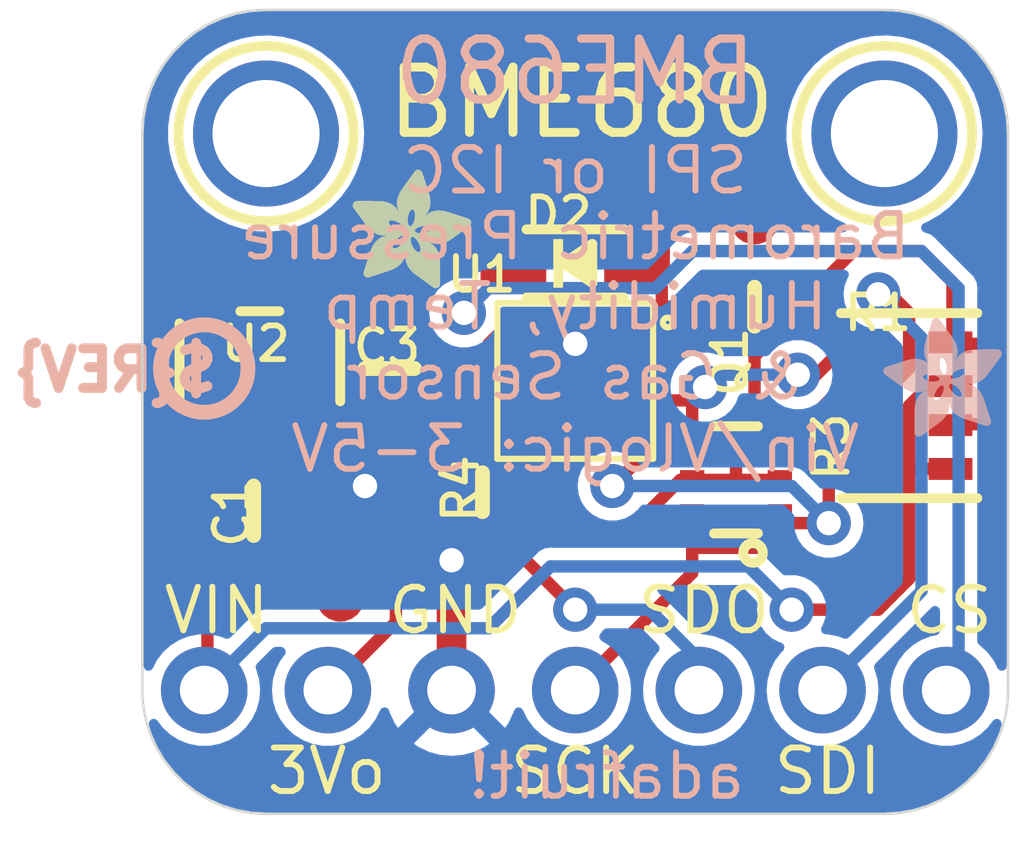
<source format=kicad_pcb>
(kicad_pcb (version 20221018) (generator pcbnew)
  (layers (0 "F.Cu" signal) (31 "B.Cu" signal) (34 "B.Paste" user) (35 "F.Paste" user) (36 "B.SilkS" user "B.Silkscreen") (37 "F.SilkS" user "F.Silkscreen") (38 "B.Mask" user) (39 "F.Mask" user) (44 "Edge.Cuts" user))
  (net 0 "")
  (net 1 "GND")
  (net 2 "SDI_3V")
  (net 3 "SCK_3V")
  (net 4 "CS_3V")
  (net 5 "3.3V")
  (net 6 "SDO/ADR")
  (net 7 "SDI/SDA")
  (net 8 "SCK/SCL")
  (net 9 "VIN")
  (net 10 "CS")
  (footprint "working:MOUNTINGHOLE_2.0_PLATED" (layer "F.Cu") (at 154.8511 99.2886)
    (fp_text reference "U$8" hide)
    (fp_text value "MOUNTINGHOLE2.0" hide)
    (pad "P$1" thru_hole circle (at 0 0) (size 3 3) (drill 2.2) (layers "*.Cu" "*.Mask"))
    (zone (net 0) (net_name "") (layer "B.Cu") (connect_pads (clearance 0)) (min_thickness 0.25)
      (keepout (tracks not_allowed) (vias not_allowed) (pads not_allowed) (copperpour not_allowed) (footprints allowed))
      (fill (thermal_gap 0.5) (thermal_bridge_width 0.5))
      (polygon (pts (xy 156.8671 99.2886) (xy 156.84748 99.008027) (xy 156.789004 98.732915) (xy 156.692808 98.468619) (xy 156.560765 98.220283) (xy 156.395446 97.99274) (xy 156.200067 97.79042) (xy 155.978433 97.61726) (xy 155.734856 97.476631) (xy 155.474078 97.37127) (xy 155.201175 97.303228) (xy 154.921457 97.273828) (xy 154.640371 97.283644) (xy 154.363385 97.332484) (xy 154.095893 97.419397) (xy 153.8431 97.542693) (xy 153.609926 97.69997) (xy 153.400911 97.888169) (xy 153.220122 98.103625) (xy 153.071078 98.342145) (xy 152.95668 98.599087) (xy 152.879154 98.86945) (xy 152.840011 99.147971) (xy 152.840011 99.429229) (xy 152.879154 99.70775) (xy 152.95668 99.978113) (xy 153.071078 100.235055) (xy 153.220122 100.473575) (xy 153.400911 100.689031) (xy 153.609926 100.87723) (xy 153.8431 101.034507) (xy 154.095893 101.157803) (xy 154.363385 101.244716) (xy 154.640371 101.293556) (xy 154.921457 101.303372) (xy 155.201175 101.273972) (xy 155.474078 101.20593) (xy 155.734856 101.100569) (xy 155.978433 100.95994) (xy 156.200067 100.78678) (xy 156.395446 100.58446) (xy 156.560765 100.356917) (xy 156.692808 100.108581) (xy 156.789004 99.844285) (xy 156.84748 99.569173)))
      (polygon (pts (xy 154.8351 99.2886) (xy 154.839786 99.299914) (xy 154.8511 99.3046) (xy 154.862414 99.299914) (xy 154.8671 99.2886) (xy 154.862414 99.277286) (xy 154.8511 99.2726) (xy 154.839786 99.277286)))
    )
  )
  (footprint "working:0805-NO" (layer "F.Cu") (at 144.6911 104.1146 -90)
    (fp_text reference "C3" (at -0.4445 -0.6985) (layer "F.SilkS") (effects (font (size 0.692831 0.692831) (thickness 0.119969)) (justify right)))
    (fp_text value "10uF")
    (pad "1" smd rect (at -0.95 0 270) (size 1.24 1.5) (layers "F.Cu" "F.Paste" "F.Mask") (net 5 "3.3V"))
    (pad "2" smd rect (at 0.95 0 270) (size 1.24 1.5) (layers "F.Cu" "F.Paste" "F.Mask") (net 1 "GND"))
  )
  (footprint "working:0805-NO" (layer "F.Cu") (at 141.8971 107.0356)
    (fp_text reference "C1" (at -0.4445 -0.6985 90) (layer "F.SilkS") (effects (font (size 0.692831 0.692831) (thickness 0.119969)) (justify right)))
    (fp_text value "10uF")
    (pad "1" smd rect (at -0.95 0) (size 1.24 1.5) (layers "F.Cu" "F.Paste" "F.Mask") (net 9 "VIN"))
    (pad "2" smd rect (at 0.95 0) (size 1.24 1.5) (layers "F.Cu" "F.Paste" "F.Mask") (net 1 "GND"))
  )
  (footprint "working:0603-NO" (layer "F.Cu") (at 152.1841 102.8446)
    (fp_text reference "R1" (at 1.778 0.127) (layer "F.SilkS") (effects (font (size 0.692831 0.692831) (thickness 0.119969)) (justify left)))
    (fp_text value "10K")
    (pad "1" smd rect (at -0.85 0) (size 1.075 1) (layers "F.Cu" "F.Paste" "F.Mask") (net 4 "CS_3V"))
    (pad "2" smd rect (at 0.85 0) (size 1.075 1) (layers "F.Cu" "F.Paste" "F.Mask") (net 5 "3.3V"))
  )
  (footprint "working:RESPACK_4X0603" (layer "F.Cu") (at 155.3591 104.8766 90)
    (fp_text reference "R3" (at -1.6 -1.6 90) (layer "F.SilkS") (effects (font (size 0.692831 0.692831) (thickness 0.119969)) (justify left)))
    (fp_text value "10K")
    (pad "1" smd rect (at -1.3 0.85 90) (size 0.45 0.9) (layers "F.Cu" "F.Paste" "F.Mask") (net 9 "VIN"))
    (pad "2" smd rect (at -0.4 0.85 90) (size 0.45 0.9) (layers "F.Cu" "F.Paste" "F.Mask") (net 5 "3.3V"))
    (pad "3" smd rect (at 0.4 0.85 90) (size 0.45 0.9) (layers "F.Cu" "F.Paste" "F.Mask") (net 9 "VIN"))
    (pad "4" smd rect (at 1.3 0.85 90) (size 0.45 0.9) (layers "F.Cu" "F.Paste" "F.Mask") (net 5 "3.3V"))
    (pad "5" smd rect (at 1.3 -0.85 90) (size 0.45 0.9) (layers "F.Cu" "F.Paste" "F.Mask") (net 2 "SDI_3V"))
    (pad "6" smd rect (at 0.4 -0.85 90) (size 0.45 0.9) (layers "F.Cu" "F.Paste" "F.Mask") (net 7 "SDI/SDA"))
    (pad "7" smd rect (at -0.4 -0.85 90) (size 0.45 0.9) (layers "F.Cu" "F.Paste" "F.Mask") (net 3 "SCK_3V"))
    (pad "8" smd rect (at -1.3 -0.85 90) (size 0.45 0.9) (layers "F.Cu" "F.Paste" "F.Mask") (net 8 "SCK/SCL"))
  )
  (footprint "working:BME680" (layer "F.Cu") (at 148.5011 104.3686)
    (fp_text reference "U1" (at -1.15 -2.185) (layer "F.SilkS") (effects (font (size 0.692831 0.692831) (thickness 0.119969)) (justify right)))
    (fp_text value "BME280")
    (pad "1" smd rect (at 1.2 -1.2) (size 0.4 0.4) (layers "F.Cu" "F.Paste" "F.Mask") (net 1 "GND"))
    (pad "2" smd rect (at 1.2 -0.4) (size 0.4 0.4) (layers "F.Cu" "F.Paste" "F.Mask") (net 4 "CS_3V"))
    (pad "3" smd rect (at 1.2 0.4) (size 0.4 0.4) (layers "F.Cu" "F.Paste" "F.Mask") (net 2 "SDI_3V"))
    (pad "4" smd rect (at 1.2 1.2) (size 0.4 0.4) (layers "F.Cu" "F.Paste" "F.Mask") (net 3 "SCK_3V"))
    (pad "5" smd rect (at -1.2 1.2) (size 0.4 0.4) (layers "F.Cu" "F.Paste" "F.Mask") (net 6 "SDO/ADR"))
    (pad "6" smd rect (at -1.2 0.4) (size 0.4 0.4) (layers "F.Cu" "F.Paste" "F.Mask") (net 5 "3.3V"))
    (pad "7" smd rect (at -1.2 -0.4) (size 0.4 0.4) (layers "F.Cu" "F.Paste" "F.Mask") (net 1 "GND"))
    (pad "8" smd rect (at -1.2 -1.2) (size 0.4 0.4) (layers "F.Cu" "F.Paste" "F.Mask") (net 5 "3.3V"))
  )
  (footprint "working:1X07_ROUND_70" (layer "F.Cu") (at 148.5011 110.7186)
    (fp_text reference "JP2" hide)
    (fp_text value "")
    (pad "1" thru_hole circle (at -7.62 0 90) (size 1.778 1.778) (drill 1) (layers "*.Cu" "*.Mask") (net 9 "VIN"))
    (pad "2" thru_hole circle (at -5.08 0 90) (size 1.778 1.778) (drill 1) (layers "*.Cu" "*.Mask") (net 5 "3.3V"))
    (pad "3" thru_hole circle (at -2.54 0 90) (size 1.778 1.778) (drill 1) (layers "*.Cu" "*.Mask") (net 1 "GND"))
    (pad "4" thru_hole circle (at 0 0 90) (size 1.778 1.778) (drill 1) (layers "*.Cu" "*.Mask") (net 8 "SCK/SCL"))
    (pad "5" thru_hole circle (at 2.54 0 90) (size 1.778 1.778) (drill 1) (layers "*.Cu" "*.Mask") (net 6 "SDO/ADR"))
    (pad "6" thru_hole circle (at 5.08 0 90) (size 1.778 1.778) (drill 1) (layers "*.Cu" "*.Mask") (net 7 "SDI/SDA"))
    (pad "7" thru_hole circle (at 7.62 0 90) (size 1.778 1.778) (drill 1) (layers "*.Cu" "*.Mask") (net 10 "CS"))
  )
  (footprint "working:SOD-323" (layer "F.Cu") (at 148.5011 101.9556)
    (fp_text reference "D2" (at -1.1 -1) (layer "F.SilkS") (effects (font (size 0.692831 0.692831) (thickness 0.119969)) (justify left)))
    (fp_text value "1N4148")
    (pad "A" smd rect (at 1.27 0) (size 1.35 0.8) (layers "F.Cu" "F.Paste" "F.Mask") (net 4 "CS_3V"))
    (pad "C" smd rect (at -1.27 0) (size 1.35 0.8) (layers "F.Cu" "F.Paste" "F.Mask") (net 10 "CS"))
  )
  (footprint "working:0603-NO" (layer "F.Cu") (at 146.5961 106.6546 180)
    (fp_text reference "R4" (at 0.4445 0.8255 90) (layer "F.SilkS") (effects (font (size 0.692831 0.692831) (thickness 0.119969)) (justify right)))
    (fp_text value "10K")
    (pad "1" smd rect (at -0.85 0 180) (size 1.075 1) (layers "F.Cu" "F.Paste" "F.Mask") (net 6 "SDO/ADR"))
    (pad "2" smd rect (at 0.85 0 180) (size 1.075 1) (layers "F.Cu" "F.Paste" "F.Mask") (net 5 "3.3V"))
  )
  (footprint "working:MOUNTINGHOLE_2.0_PLATED" (layer "F.Cu") (at 142.1511 99.2886)
    (fp_text reference "U$7" hide)
    (fp_text value "MOUNTINGHOLE2.0" hide)
    (pad "P$1" thru_hole circle (at 0 0) (size 3 3) (drill 2.2) (layers "*.Cu" "*.Mask"))
    (zone (net 0) (net_name "") (layer "B.Cu") (connect_pads (clearance 0)) (min_thickness 0.25)
      (keepout (tracks not_allowed) (vias not_allowed) (pads not_allowed) (copperpour not_allowed) (footprints allowed))
      (fill (thermal_gap 0.5) (thermal_bridge_width 0.5))
      (polygon (pts (xy 144.1671 99.2886) (xy 144.14748 99.008027) (xy 144.089004 98.732915) (xy 143.992808 98.468619) (xy 143.860765 98.220283) (xy 143.695446 97.99274) (xy 143.500067 97.79042) (xy 143.278433 97.61726) (xy 143.034856 97.476631) (xy 142.774078 97.37127) (xy 142.501175 97.303228) (xy 142.221457 97.273828) (xy 141.940371 97.283644) (xy 141.663385 97.332484) (xy 141.395893 97.419397) (xy 141.1431 97.542693) (xy 140.909926 97.69997) (xy 140.700911 97.888169) (xy 140.520122 98.103625) (xy 140.371078 98.342145) (xy 140.25668 98.599087) (xy 140.179154 98.86945) (xy 140.140011 99.147971) (xy 140.140011 99.429229) (xy 140.179154 99.70775) (xy 140.25668 99.978113) (xy 140.371078 100.235055) (xy 140.520122 100.473575) (xy 140.700911 100.689031) (xy 140.909926 100.87723) (xy 141.1431 101.034507) (xy 141.395893 101.157803) (xy 141.663385 101.244716) (xy 141.940371 101.293556) (xy 142.221457 101.303372) (xy 142.501175 101.273972) (xy 142.774078 101.20593) (xy 143.034856 101.100569) (xy 143.278433 100.95994) (xy 143.500067 100.78678) (xy 143.695446 100.58446) (xy 143.860765 100.356917) (xy 143.992808 100.108581) (xy 144.089004 99.844285) (xy 144.14748 99.569173)))
      (polygon (pts (xy 142.1351 99.2886) (xy 142.139786 99.299914) (xy 142.1511 99.3046) (xy 142.162414 99.299914) (xy 142.1671 99.2886) (xy 142.162414 99.277286) (xy 142.1511 99.2726) (xy 142.139786 99.277286)))
    )
  )
  (footprint "working:FIDUCIAL_1MM" (layer "F.Cu") (at 152.1841 101.0666)
    (fp_text reference "U$15" hide)
    (fp_text value "FIDUCIAL_1MM" hide)
    (pad "1" smd roundrect (at 0 0) (size 1 1) (layers "F.Cu" "F.Mask") (roundrect_rratio 0.5))
  )
  (footprint "working:SOT23-5" (layer "F.Cu") (at 142.0241 103.9876)
    (fp_text reference "U2" (at 0.689 -0.381) (layer "F.SilkS") (effects (font (size 0.692831 0.692831) (thickness 0.119969)) (justify right)))
    (fp_text value "MIC5225-3.3")
    (pad "1" smd rect (at -0.95 1.3001) (size 0.55 1.2) (layers "F.Cu" "F.Paste" "F.Mask") (net 9 "VIN"))
    (pad "2" smd rect (at 0 1.3001) (size 0.55 1.2) (layers "F.Cu" "F.Paste" "F.Mask") (net 1 "GND"))
    (pad "3" smd rect (at 0.95 1.3001) (size 0.55 1.2) (layers "F.Cu" "F.Paste" "F.Mask") (net 9 "VIN"))
    (pad "4" smd rect (at 0.95 -1.3001) (size 0.55 1.2) (layers "F.Cu" "F.Paste" "F.Mask"))
    (pad "5" smd rect (at -0.95 -1.3001) (size 0.55 1.2) (layers "F.Cu" "F.Paste" "F.Mask") (net 5 "3.3V"))
  )
  (footprint "working:SOT363" (layer "F.Cu") (at 151.8031 106.4006 90)
    (fp_text reference "Q1" (at 1.651 -0.127 90) (layer "F.SilkS") (effects (font (size 0.692831 0.692831) (thickness 0.119969)) (justify left)))
    (fp_text value "2N7002D")
    (pad "1" smd rect (at -0.75 0.9 90) (size 0.5 0.5) (layers "F.Cu" "F.Paste" "F.Mask") (net 3 "SCK_3V"))
    (pad "2" smd rect (at 0 0.9 90) (size 0.4 0.5) (layers "F.Cu" "F.Paste" "F.Mask") (net 5 "3.3V"))
    (pad "3" smd rect (at 0.75 0.9 90) (size 0.5 0.5) (layers "F.Cu" "F.Paste" "F.Mask") (net 7 "SDI/SDA"))
    (pad "4" smd rect (at 0.75 -0.9 90) (size 0.5 0.5) (layers "F.Cu" "F.Paste" "F.Mask") (net 2 "SDI_3V"))
    (pad "5" smd rect (at 0 -0.9 90) (size 0.4 0.5) (layers "F.Cu" "F.Paste" "F.Mask") (net 5 "3.3V"))
    (pad "6" smd rect (at -0.75 -0.9 90) (size 0.5 0.5) (layers "F.Cu" "F.Paste" "F.Mask") (net 8 "SCK/SCL"))
  )
  (footprint "working:FIDUCIAL_1MM" (layer "F.Cu") (at 143.6751 108.8136)
    (fp_text reference "U$5" hide)
    (fp_text value "FIDUCIAL_1MM" hide)
    (pad "1" smd roundrect (at 0 0) (size 1 1) (layers "F.Cu" "F.Mask") (roundrect_rratio 0.5))
  )
  (footprint "working:ADAFRUIT_2.5MM" (layer "F.Cu") (at 143.9291 102.4636)
    (fp_text reference "U$6" hide)
    (fp_text value "" hide)
  )
  (footprint "working:PCBFEAT-REV-040" (layer "B.Cu") (at 140.8811 104.1146 180)
    (fp_text reference "U$20" hide)
    (fp_text value "" hide)
    (fp_text user "${REV}" (at -0.3556 -0.508) (layer "B.SilkS") (effects (font (size 0.8128 0.8128) (thickness 0.2032)) (justify left bottom mirror)))
  )
  (footprint "working:ADAFRUIT_2.5MM" (layer "B.Cu") (at 157.2641 105.5116 180)
    (fp_text reference "U$2" hide)
    (fp_text value "" hide)
  )
  (gr_arc (start 157.3911 110.7186) (mid 156.647151 112.514651) (end 154.8511 113.2586) (stroke (width 0.05)) (layer "Edge.Cuts"))
  (gr_arc (start 139.6111 99.2886) (mid 140.355049 97.492549) (end 142.1511 96.7486) (stroke (width 0.05)) (layer "Edge.Cuts"))
  (gr_line (start 157.3911 99.2886) (end 157.3911 110.7186) (stroke (width 0.05)) (layer "Edge.Cuts"))
  (gr_line (start 139.6111 110.7186) (end 139.6111 99.2886) (stroke (width 0.05)) (layer "Edge.Cuts"))
  (gr_arc (start 142.1511 113.2586) (mid 140.355049 112.514651) (end 139.6111 110.7186) (stroke (width 0.05)) (layer "Edge.Cuts"))
  (gr_arc (start 154.8511 96.7486) (mid 156.647151 97.492549) (end 157.3911 99.2886) (stroke (width 0.05)) (layer "Edge.Cuts"))
  (gr_line (start 142.1511 96.7486) (end 154.8511 96.7486) (stroke (width 0.05)) (layer "Edge.Cuts"))
  (gr_line (start 154.8511 113.2586) (end 142.1511 113.2586) (stroke (width 0.05)) (layer "Edge.Cuts"))
  (gr_text "BME680" (at 148.5011 98.0186) (layer "B.SilkS") (effects (font (size 1.251712 1.251712) (thickness 0.170688)) (justify mirror)))
  (gr_text "adafruit!" (at 152.0571 113.0046) (layer "B.SilkS") (effects (font (size 0.89408 0.89408) (thickness 0.12192)) (justify left bottom mirror)))
  (gr_text "Vin/Vlogic: 3-5V" (at 148.5011 105.7656) (layer "B.SilkS") (effects (font (size 0.89408 0.89408) (thickness 0.12192)) (justify mirror)))
  (gr_text "SPI or I2C" (at 148.5011 100.0506) (layer "B.SilkS") (effects (font (size 0.89408 0.89408) (thickness 0.12192)) (justify mirror)))
  (gr_text "Barometric Pressure\nHumidity, Temp\n& Gas Sensor" (at 148.5011 102.8446) (layer "B.SilkS") (effects (font (size 0.89408 0.89408) (thickness 0.12192)) (justify mirror)))
  (gr_text "BME680" (at 148.6281 98.6536) (layer "F.SilkS") (effects (font (size 1.34112 1.34112) (thickness 0.18288))))
  (gr_text "SDO" (at 152.5651 108.5596) (layer "F.SilkS") (effects (font (size 0.89408 0.89408) (thickness 0.12192)) (justify right top)))
  (gr_text "3Vo" (at 144.6911 111.8616) (layer "F.SilkS") (effects (font (size 0.89408 0.89408) (thickness 0.12192)) (justify right top)))
  (gr_text "SDI" (at 154.8511 111.8616) (layer "F.SilkS") (effects (font (size 0.89408 0.89408) (thickness 0.12192)) (justify right top)))
  (gr_text "GND" (at 147.4851 108.5596) (layer "F.SilkS") (effects (font (size 0.89408 0.89408) (thickness 0.12192)) (justify right top)))
  (gr_text "SCK" (at 149.8981 111.8616) (layer "F.SilkS") (effects (font (size 0.89408 0.89408) (thickness 0.12192)) (justify right top)))
  (gr_text "CS" (at 157.1371 108.5596) (layer "F.SilkS") (effects (font (size 0.89408 0.89408) (thickness 0.12192)) (justify right top)))
  (gr_text "VIN" (at 142.2781 108.5596) (layer "F.SilkS") (effects (font (size 0.89408 0.89408) (thickness 0.12192)) (justify right top)))
  (segment (start 148.9391 103.1686) (end 149.7011 103.1686) (width 0.254) (layer "F.Cu") (net 1))
  (segment (start 144.1831 105.5726) (end 144.1831 106.5276) (width 0.254) (layer "F.Cu") (net 1))
  (segment (start 148.1391 103.9686) (end 147.3011 103.9686) (width 0.254) (layer "F.Cu") (net 1))
  (segment (start 145.9611 110.7186) (end 145.9611 108.0516) (width 0.6096) (layer "F.Cu") (net 1))
  (segment (start 142.0241 106.0196) (end 142.8471 106.8426) (width 0.254) (layer "F.Cu") (net 1))
  (segment (start 142.0241 105.2877) (end 142.0241 106.0196) (width 0.254) (layer "F.Cu") (net 1))
  (segment (start 148.5011 103.6066) (end 148.9391 103.1686) (width 0.254) (layer "F.Cu") (net 1))
  (segment (start 148.5011 103.6066) (end 148.1391 103.9686) (width 0.254) (layer "F.Cu") (net 1))
  (segment (start 142.8471 107.0356) (end 143.6751 107.0356) (width 0.254) (layer "F.Cu") (net 1))
  (segment (start 143.6751 107.0356) (end 144.1831 106.5276) (width 0.254) (layer "F.Cu") (net 1))
  (segment (start 144.6911 105.0646) (end 144.1831 105.5726) (width 0.254) (layer "F.Cu") (net 1))
  (segment (start 142.8471 106.8426) (end 142.8471 107.0356) (width 0.254) (layer "F.Cu") (net 1))
  (via (at 144.1831 106.5276) (size 0.9064) (drill 0.5) (layers "F.Cu" "B.Cu") (net 1))
  (via (at 145.9611 108.0516) (size 0.9064) (drill 0.5) (layers "F.Cu" "B.Cu") (net 1))
  (via (at 148.5011 103.6066) (size 0.9064) (drill 0.5) (layers "F.Cu" "B.Cu") (net 1))
  (segment (start 149.7011 104.7686) (end 150.8951 104.7686) (width 0.254) (layer "F.Cu") (net 2))
  (segment (start 154.5091 103.5766) (end 154.1191 103.5766) (width 0.254) (layer "F.Cu") (net 2))
  (segment (start 154.1191 103.5766) (end 153.4541 104.2416) (width 0.254) (layer "F.Cu") (net 2))
  (segment (start 150.9031 104.7606) (end 150.9031 105.6506) (width 0.254) (layer "F.Cu") (net 2))
  (segment (start 150.9701 104.6936) (end 151.1681 104.4956) (width 0.254) (layer "F.Cu") (net 2))
  (segment (start 151.1681 104.4956) (end 150.9031 104.7606) (width 0.254) (layer "F.Cu") (net 2))
  (segment (start 150.8951 104.7686) (end 151.1681 104.4956) (width 0.254) (layer "F.Cu") (net 2))
  (segment (start 153.4541 104.2416) (end 153.0731 104.2416) (width 0.254) (layer "F.Cu") (net 2))
  (via (at 153.0731 104.2416) (size 0.9064) (drill 0.5) (layers "F.Cu" "B.Cu") (net 2))
  (via (at 151.1681 104.4956) (size 0.9064) (drill 0.5) (layers "F.Cu" "B.Cu") (net 2))
  (segment (start 151.1681 104.4956) (end 151.4221 104.2416) (width 0.254) (layer "B.Cu") (net 2))
  (segment (start 151.4221 104.2416) (end 153.0731 104.2416) (width 0.254) (layer "B.Cu") (net 2))
  (segment (start 149.7011 105.5686) (end 149.7011 106.0896) (width 0.254) (layer "F.Cu") (net 3))
  (segment (start 153.7081 105.6386) (end 153.7081 107.2896) (width 0.254) (layer "F.Cu") (net 3))
  (segment (start 149.7011 106.0896) (end 149.2631 106.5276) (width 0.254) (layer "F.Cu") (net 3))
  (segment (start 152.8421 107.2896) (end 153.7081 107.2896) (width 0.254) (layer "F.Cu") (net 3))
  (segment (start 154.0701 105.2766) (end 153.7081 105.6386) (width 0.254) (layer "F.Cu") (net 3))
  (segment (start 152.7031 107.1506) (end 152.8421 107.2896) (width 0.254) (layer "F.Cu") (net 3))
  (segment (start 154.0701 105.2766) (end 154.5091 105.2766) (width 0.254) (layer "F.Cu") (net 3))
  (via (at 149.2631 106.5276) (size 0.9064) (drill 0.5) (layers "F.Cu" "B.Cu") (net 3))
  (via (at 153.7081 107.2896) (size 0.9064) (drill 0.5) (layers "F.Cu" "B.Cu") (net 3))
  (segment (start 149.2631 106.5276) (end 152.9461 106.5276) (width 0.254) (layer "B.Cu") (net 3))
  (segment (start 152.9461 106.5276) (end 153.7081 107.2896) (width 0.254) (layer "B.Cu") (net 3))
  (segment (start 150.2791 102.8446) (end 150.2791 102.4636) (width 0.254) (layer "F.Cu") (net 4))
  (segment (start 151.3341 102.8446) (end 150.2791 102.8446) (width 0.254) (layer "F.Cu") (net 4))
  (segment (start 150.0441 103.9686) (end 149.7011 103.9686) (width 0.254) (layer "F.Cu") (net 4))
  (segment (start 150.2791 103.7336) (end 150.2791 102.8446) (width 0.254) (layer "F.Cu") (net 4))
  (segment (start 150.2791 102.4636) (end 149.7711 101.9556) (width 0.254) (layer "F.Cu") (net 4))
  (segment (start 150.2791 103.7336) (end 150.0441 103.9686) (width 0.254) (layer "F.Cu") (net 4))
  (segment (start 150.6601 106.4006) (end 150.9031 106.4006) (width 0.254) (layer "F.Cu") (net 5))
  (segment (start 153.0731 102.8446) (end 154.2161 101.7016) (width 0.254) (layer "F.Cu") (net 5))
  (segment (start 157.0101 103.6066) (end 157.0101 105.2576) (width 0.254) (layer "F.Cu") (net 5))
  (segment (start 148.3741 105.0036) (end 148.3741 107.0356) (width 0.254) (layer "F.Cu") (net 5))
  (segment (start 156.2091 105.2576) (end 156.2091 105.2766) (width 0.254) (layer "F.Cu") (net 5))
  (segment (start 141.3891 101.7016) (end 143.5481 101.7016) (width 0.254) (layer "F.Cu") (net 5))
  (segment (start 148.8821 107.5436) (end 149.5171 107.5436) (width 0.254) (layer "F.Cu") (net 5))
  (segment (start 151.8031 106.4006) (end 151.8031 105.2576) (width 0.254) (layer "F.Cu") (net 5))
  (segment (start 156.2091 103.6066) (end 156.2091 103.5766) (width 0.254) (layer "F.Cu") (net 5))
  (segment (start 153.0731 102.8446) (end 153.0341 102.8446) (width 0.254) (layer "F.Cu") (net 5))
  (segment (start 148.1391 104.7686) (end 147.3011 104.7686) (width 0.254) (layer "F.Cu") (net 5))
  (segment (start 145.1991 103.4796) (end 145.9611 104.2416) (width 0.254) (layer "F.Cu") (net 5))
  (segment (start 156.2481 103.5376) (end 156.2091 103.5766) (width 0.254) (layer "F.Cu") (net 5))
  (segment (start 146.7231 104.6936) (end 146.6521 104.6226) (width 0.254) (layer "F.Cu") (net 5))
  (segment (start 143.4211 110.7186) (end 144.8181 109.3216) (width 0.254) (layer "F.Cu") (net 5))
  (segment (start 146.7981 104.7686) (end 147.3011 104.7686) (width 0.254) (layer "F.Cu") (net 5))
  (segment (start 145.9611 104.6226) (end 145.9611 106.4396) (width 0.254) (layer "F.Cu") (net 5))
  (segment (start 145.9611 104.2416) (end 145.9611 104.6226) (width 0.254) (layer "F.Cu") (net 5))
  (segment (start 144.6911 102.8446) (end 144.6911 103.1646) (width 0.254) (layer "F.Cu") (net 5))
  (segment (start 154.2161 101.7016) (end 155.6131 101.7016) (width 0.254) (layer "F.Cu") (net 5))
  (segment (start 152.7031 106.4006) (end 151.8031 106.4006) (width 0.254) (layer "F.Cu") (net 5))
  (segment (start 156.2091 103.6066) (end 157.0101 103.6066) (width 0.254) (layer "F.Cu") (net 5))
  (segment (start 145.1991 103.3526) (end 144.6911 102.8446) (width 0.254) (layer "F.Cu") (net 5))
  (segment (start 155.6131 101.7016) (end 156.2481 102.3366) (width 0.254) (layer "F.Cu") (net 5))
  (segment (start 151.8031 105.2576) (end 152.1841 104.8766) (width 0.254) (layer "F.Cu") (net 5))
  (segment (start 146.6521 104.6226) (end 145.9611 104.6226) (width 0.254) (layer "F.Cu") (net 5))
  (segment (start 146.7231 104.6936) (end 146.7231 103.6066) (width 0.254) (layer "F.Cu") (net 5))
  (segment (start 141.0741 102.0166) (end 141.3891 101.7016) (width 0.254) (layer "F.Cu") (net 5))
  (segment (start 153.0341 103.0106) (end 153.0341 102.8446) (width 0.254) (layer "F.Cu") (net 5))
  (segment (start 143.5481 101.7016) (end 144.6911 102.8446) (width 0.254) (layer "F.Cu") (net 5))
  (segment (start 145.9611 106.4396) (end 145.7461 106.6546) (width 0.254) (layer "F.Cu") (net 5))
  (segment (start 153.0341 103.0106) (end 152.1841 103.8606) (width 0.254) (layer "F.Cu") (net 5))
  (segment (start 147.1611 103.1686) (end 147.3011 103.1686) (width 0.254) (layer "F.Cu") (net 5))
  (segment (start 156.2481 102.3366) (end 156.2481 103.5376) (width 0.254) (layer "F.Cu") (net 5))
  (segment (start 145.1991 103.3526) (end 145.1991 103.4796) (width 0.254) (layer "F.Cu") (net 5))
  (segment (start 148.1391 104.7686) (end 148.3741 105.0036) (width 0.254) (layer "F.Cu") (net 5))
  (segment (start 157.0101 105.2576) (end 156.2091 105.2576) (width 0.254) (layer "F.Cu") (net 5))
  (segment (start 144.8181 107.5826) (end 145.7461 106.6546) (width 0.254) (layer "F.Cu") (net 5))
  (segment (start 141.0741 102.6875) (end 141.0741 102.0166) (width 0.254) (layer "F.Cu") (net 5))
  (segment (start 146.7231 104.6936) (end 146.7981 104.7686) (width 0.254) (layer "F.Cu") (net 5))
  (segment (start 144.8181 109.3216) (end 144.8181 107.5826) (width 0.254) (layer "F.Cu") (net 5))
  (segment (start 152.1841 104.8766) (end 152.1841 103.8606) (width 0.254) (layer "F.Cu") (net 5))
  (segment (start 151.8031 106.4006) (end 150.9031 106.4006) (width 0.254) (layer "F.Cu") (net 5))
  (segment (start 146.7231 103.6066) (end 147.1611 103.1686) (width 0.254) (layer "F.Cu") (net 5))
  (segment (start 148.3741 107.0356) (end 148.8821 107.5436) (width 0.254) (layer "F.Cu") (net 5))
  (segment (start 149.5171 107.5436) (end 150.6601 106.4006) (width 0.254) (layer "F.Cu") (net 5))
  (segment (start 148.3081 108.8746) (end 148.5011 109.0676) (width 0.254) (layer "F.Cu") (net 6))
  (segment (start 147.4191 106.6816) (end 147.4461 106.6546) (width 0.254) (layer "F.Cu") (net 6))
  (segment (start 147.4191 107.9856) (end 148.5011 109.0676) (width 0.254) (layer "F.Cu") (net 6))
  (segment (start 147.4191 107.9856) (end 147.4191 106.6816) (width 0.254) (layer "F.Cu") (net 6))
  (segment (start 147.4191 106.6276) (end 147.4461 106.6546) (width 0.254) (layer "F.Cu") (net 6))
  (segment (start 147.3011 105.5686) (end 147.4461 105.7136) (width 0.254) (layer "F.Cu") (net 6))
  (segment (start 147.4461 105.7136) (end 147.4461 106.6546) (width 0.254) (layer "F.Cu") (net 6))
  (via (at 148.5011 109.0676) (size 0.9064) (drill 0.5) (layers "F.Cu" "B.Cu") (net 6))
  (segment (start 148.5011 109.0676) (end 150.0251 109.0676) (width 0.254) (layer "B.Cu") (net 6))
  (segment (start 151.0411 110.0836) (end 151.0411 110.7186) (width 0.254) (layer "B.Cu") (net 6))
  (segment (start 150.0251 109.0676) (end 151.0411 110.0836) (width 0.254) (layer "B.Cu") (net 6))
  (segment (start 152.8311 105.6506) (end 154.0051 104.4766) (width 0.254) (layer "F.Cu") (net 7))
  (segment (start 154.5091 104.4766) (end 154.9971 104.4766) (width 0.254) (layer "F.Cu") (net 7))
  (segment (start 154.0051 104.4766) (end 154.5091 104.4766) (width 0.254) (layer "F.Cu") (net 7))
  (segment (start 152.8311 105.6506) (end 152.7031 105.6506) (width 0.254) (layer "F.Cu") (net 7))
  (segment (start 154.0701 104.4766) (end 154.5091 104.4766) (width 0.254) (layer "F.Cu") (net 7))
  (segment (start 155.3591 102.9716) (end 154.9781 102.5906) (width 0.254) (layer "F.Cu") (net 7))
  (segment (start 155.3591 104.1146) (end 155.3591 102.9716) (width 0.254) (layer "F.Cu") (net 7))
  (segment (start 154.9781 102.5906) (end 154.7241 102.5906) (width 0.254) (layer "F.Cu") (net 7))
  (segment (start 154.9971 104.4766) (end 155.3591 104.1146) (width 0.254) (layer "F.Cu") (net 7))
  (via (at 154.7241 102.5906) (size 0.9064) (drill 0.5) (layers "F.Cu" "B.Cu") (net 7))
  (segment (start 155.6131 108.6866) (end 153.5811 110.7186) (width 0.254) (layer "B.Cu") (net 7))
  (segment (start 155.6131 103.4796) (end 155.6131 108.6866) (width 0.254) (layer "B.Cu") (net 7))
  (segment (start 154.7241 102.5906) (end 155.6131 103.4796) (width 0.254) (layer "B.Cu") (net 7))
  (segment (start 154.6361 107.6316) (end 154.0891 108.1786) (width 0.254) (layer "F.Cu") (net 8))
  (segment (start 152.9461 107.7976) (end 150.9031 107.7976) (width 0.254) (layer "F.Cu") (net 8))
  (segment (start 154.6361 106.3036) (end 154.5091 106.1766) (width 0.254) (layer "F.Cu") (net 8))
  (segment (start 153.3271 108.1786) (end 152.9461 107.7976) (width 0.254) (layer "F.Cu") (net 8))
  (segment (start 154.6361 107.6316) (end 154.6361 106.3036) (width 0.254) (layer "F.Cu") (net 8))
  (segment (start 148.5011 110.7186) (end 150.9031 108.3166) (width 0.254) (layer "F.Cu") (net 8))
  (segment (start 150.9031 108.3166) (end 150.9031 107.7976) (width 0.254) (layer "F.Cu") (net 8))
  (segment (start 154.0891 108.1786) (end 153.3271 108.1786) (width 0.254) (layer "F.Cu") (net 8))
  (segment (start 150.9031 107.7976) (end 150.9031 107.1506) (width 0.254) (layer "F.Cu") (net 8))
  (segment (start 142.9131 104.3686) (end 142.9131 105.2267) (width 0.254) (layer "F.Cu") (net 9))
  (segment (start 141.0741 105.2877) (end 141.0741 104.1756) (width 0.254) (layer "F.Cu") (net 9))
  (segment (start 141.0741 107.0356) (end 140.9471 107.0356) (width 0.254) (layer "F.Cu") (net 9))
  (segment (start 156.2091 106.1766) (end 155.3591 106.1766) (width 0.254) (layer "F.Cu") (net 9))
  (segment (start 141.0741 104.1756) (end 141.1351 104.1146) (width 0.254) (layer "F.Cu") (net 9))
  (segment (start 155.3591 106.1766) (end 155.3591 104.8766) (width 0.254) (layer "F.Cu") (net 9))
  (segment (start 155.3591 104.8766) (end 155.7591 104.4766) (width 0.254) (layer "F.Cu") (net 9))
  (segment (start 142.6591 104.1146) (end 142.9131 104.3686) (width 0.254) (layer "F.Cu") (net 9))
  (segment (start 140.9471 110.6526) (end 140.8811 110.7186) (width 0.254) (layer "F.Cu") (net 9))
  (segment (start 154.7241 109.0676) (end 152.9461 109.0676) (width 0.254) (layer "F.Cu") (net 9))
  (segment (start 141.1351 104.1146) (end 142.6591 104.1146) (width 0.254) (layer "F.Cu") (net 9))
  (segment (start 155.3591 108.4326) (end 154.7241 109.0676) (width 0.254) (layer "F.Cu") (net 9))
  (segment (start 140.9471 110.6526) (end 140.9471 107.0356) (width 0.254) (layer "F.Cu") (net 9))
  (segment (start 155.3591 106.1766) (end 155.3591 108.4326) (width 0.254) (layer "F.Cu") (net 9))
  (segment (start 142.9131 105.2267) (end 142.9741 105.2877) (width 0.254) (layer "F.Cu") (net 9))
  (segment (start 141.0741 105.2877) (end 141.0741 107.0356) (width 0.254) (layer "F.Cu") (net 9))
  (segment (start 155.7591 104.4766) (end 156.2091 104.4766) (width 0.254) (layer "F.Cu") (net 9))
  (via (at 152.9461 109.0676) (size 0.9064) (drill 0.5) (layers "F.Cu" "B.Cu") (net 9))
  (segment (start 152.9461 109.0676) (end 152.0571 108.1786) (width 0.254) (layer "B.Cu") (net 9))
  (segment (start 147.9931 108.1786) (end 146.7231 109.4486) (width 0.254) (layer "B.Cu") (net 9))
  (segment (start 140.9471 110.6526) (end 140.8811 110.7186) (width 0.254) (layer "B.Cu") (net 9))
  (segment (start 152.0571 108.1786) (end 147.9931 108.1786) (width 0.254) (layer "B.Cu") (net 9))
  (segment (start 142.1511 109.4486) (end 140.8811 110.7186) (width 0.254) (layer "B.Cu") (net 9))
  (segment (start 146.7231 109.4486) (end 142.1511 109.4486) (width 0.254) (layer "B.Cu") (net 9))
  (segment (start 147.2311 101.9556) (end 146.2151 102.9716) (width 0.254) (layer "F.Cu") (net 10))
  (via (at 146.2151 102.9716) (size 0.9064) (drill 0.5) (layers "F.Cu" "B.Cu") (net 10))
  (segment (start 155.6131 101.7016) (end 150.9141 101.7016) (width 0.254) (layer "B.Cu") (net 10))
  (segment (start 156.3751 102.4636) (end 155.6131 101.7016) (width 0.254) (layer "B.Cu") (net 10))
  (segment (start 155.9941 110.7186) (end 156.3751 110.3376) (width 0.254) (layer "B.Cu") (net 10))
  (segment (start 156.1211 110.7186) (end 155.9941 110.7186) (width 0.254) (layer "B.Cu") (net 10))
  (segment (start 156.3751 110.3376) (end 156.3751 102.4636) (width 0.254) (layer "B.Cu") (net 10))
  (segment (start 146.7231 102.4636) (end 146.2151 102.9716) (width 0.254) (layer "B.Cu") (net 10))
  (segment (start 150.9141 101.7016) (end 150.1521 102.4636) (width 0.254) (layer "B.Cu") (net 10))
  (segment (start 150.1521 102.4636) (end 146.7231 102.4636) (width 0.254) (layer "B.Cu") (net 10))
  (zone (net 1) (net_name "GND") (layer "B.Cu") (priority 6) (connect_pads (clearance 0.254)) (min_thickness 0.2032) (fill yes (thermal_gap 0.4564) (thermal_bridge_width 0.4564))
    (polygon (pts (xy 157.722869 113.4618) (xy 139.536457 113.4618) (xy 139.406331 96.5454) (xy 157.592743 96.5454)))
  )
)
</source>
